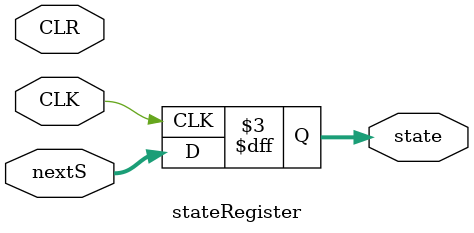
<source format=v>
module nextSdecoder(state, nextS, ir, moc, cond);
parameter DATAPSHIFTER = 3'b000; 
parameter DATAPIMMEDIATE = 3'b001; 
parameter BRANCH = 3'b101;
parameter LANDSIMMEDIATE= 3'b010; 
parameter LANDSREG= 3'b011;
input [6:0] state; 
input [31:0] ir;
input moc;
input cond; 
output reg [6:0] nextS; 
always@(state, ir)
	begin
		case(state)
		 6'd0,6'd6,6'd7, 6'd9, 6'd38,6'd39,6'd48, 6'd49 : 
			nextS = 1; 
		 6'd1:
			nextS = 2;
		 6'd2: 
			nextS = 3;
		 6'd3: 
			begin
				if(moc == 1)
					nextS = 6'd4;
				else
					nextS = 6'd3;
			end
	     6'd4:
			begin
				if(cond == 0)
					begin
						nextS = 6'd1; 
					end
				else
					decodeIR();
			end
		 6'd5:
			nextS = 6'd6; 
		 6'd8: 
			nextS = 6'd8;
		 6'd10: 
			nextS = 6'd8; 
		 6'd33: 
			begin
			if(ir[20] == 0)
				nextS = 6'd41; 
			else 
				begin
					if(ir[20]==1 && ir[22] ==0)
						nextS = 6'd34;
					else if(ir[20]==1 && ir[22] ==1)
						nextS = 6'd44; 
				end
			end
		  6'd34:
			nextS = 6'd35;
		  6'd35:
			begin
			    if(ir[20]==1 && ir[22]==0)
					nextS = 6'd36; 
				else if(ir[20]==1 && ir[22]==1)
					nextS = 6'd50; 
			end
		  6'd36:
			begin
				if(ir[24] == 1 && ir[21]==0)
				nextS = 6'd1;
			 else if(ir[24] == 0 || (ir[24] == 1 && ir[21]==1))
				begin 
					if(ir[27:25] ==LANDSIMMEDIATE)
					begin
						if(ir[23] == 1)
							nextS = 6'd38;
						else if(ir[23] == 0)
							nextS = 6'd48;
					end
					if(ir[27:25] ==LANDSREG)
					begin
						if(ir[23] == 1)
							nextS = 6'd39;
						else if(ir[23] == 0)
							nextS = 6'd49;
					end
				end
			end
		   6'd37:
		   begin
		    	if(ir[20] == 0)
				nextS = 6'd41; 
			else
				begin
					if(ir[20]==1 && ir[22] ==0)
						nextS = 6'd34;
					else if(ir[20]==1 && ir[22] ==0)
						nextS = 6'd44; 
				end
		   end
		   6'd40:
		   begin
				if(ir[20] == 0)
				nextS = 6'd41; 
			else
				begin
					if(ir[20]==1 && ir[22] ==0)
						nextS = 6'd34;
					else if(ir[20]==1 && ir[22] ==0)
						nextS = 6'd44; 
				end
		   end
		   6'd41: 
		   begin 
			if(ir[22] == 0)
				nextS = 6'd42; 
			else if(ir[22] == 1)
				nextS = 6'd45;
		   end
		   6'd42:
		   begin
			 if(ir[24] == 1 && ir[21]==0)
				nextS = 6'd1;
			else if(ir[24] == 0 || (ir[24] == 1 && ir[21]==1))
				begin 
					if(ir[27:25] ==LANDSIMMEDIATE)
					begin
						if(ir[23] == 1)
							nextS = 6'd38;
						else if(ir[23] == 0)
							nextS = 6'd48;
					end
					if(ir[27:25] ==LANDSREG)
					begin
						if(ir[23] == 1)
							nextS = 6'd39;
						else if(ir[23] == 0)
							nextS = 6'd49;
					end
				end
		   end
		   6'd44:
				nextS = 6'd35;
		   6'd45: 
		   begin
				if(ir[24] == 1 && ir[21]==0)
					nextS = 6'd1;
				else if(ir[24] == 0 || (ir[24] == 1 && ir[21]==1))
					begin 
						if(ir[27:25] ==LANDSIMMEDIATE)
						begin
							if(ir[23] == 1)
								nextS = 6'd38;
							else if(ir[23] == 0)
								nextS = 6'd48;
						end
						if(ir[27:25] ==LANDSREG)
						begin
							if(ir[23] == 1)
								nextS = 6'd39;
							else if(ir[23] == 0)
								nextS = 6'd49;
						end
					end	
			   end
		    6'd46:
			begin
				if(ir[20] == 0)
				 nextS = 6'd41;
			    else if(ir[20]==1 && ir[22] ==0)
				 nextS = 6'd34;
			    else if(ir[20]==1 && ir[22] ==1)
				 nextS = 6'd44; 
			end
			6'd47: 
			begin
				if(ir[20] == 0)
				nextS = 6'd41;
			  else if(ir[20]==1 && ir[22] ==0)
				nextS = 6'd34;
			  else if(ir[20]==1 && ir[22] ==1)
				nextS = 6'd44; 
			end
			6'd50:
			begin
			if(ir[24] == 1 && ir[21]==0)
					nextS = 6'd1;
				else if(ir[24] == 0 || (ir[24] == 1 && ir[21]==1))
					begin 
						if(ir[27:25] ==LANDSIMMEDIATE)
						begin
							if(ir[23] == 1)
								nextS = 6'd38;
							else if(ir[23] == 0)
								nextS = 6'd48;
						end
						if(ir[27:25] ==LANDSREG)
						begin
							if(ir[23] == 1)
								nextS = 6'd39;
							else if(ir[23] == 0)
								nextS = 6'd49;
						end
					end	
			end	
		endcase
	end
	task decodeIR(); 
		case(ir[27:25])
			DATAPIMMEDIATE: 
				nextS = 6'd5;
			DATAPSHIFTER:
				nextS = 6'd7; 
			BRANCH:
			begin 
				if(ir[24] ==0)
				 nextS = 6'd8;
				else if(ir[24] == 1)
				 nextS = 6'd10; 
			end
			LANDSIMMEDIATE: 
			begin 
				if(ir[23] == 1)
					nextS = 6'd33;
				else if(ir[24] == 0)
					nextS = 6'd40; 
				else if(ir[23] == 0)
					nextS = 6'd46;
			end
			LANDSREG:
			begin
				if(ir[23] == 1)
					nextS = 6'd47;
				else if(ir[24] == 0)
					nextS = 6'd40; 
				else if(ir[23] ==0) 
					nextS = 6'd37;
			end
		endcase
	endtask
endmodule
module stateRegister(CLK, CLR,nextS, state);
input CLK; 
input CLR; 
input [6:0] nextS;
output reg [6:0] state; 
initial begin
	state = 6'd0; 
end
always@(posedge CLK)
	begin
		$display("here in stateRegister state = %d nextS = %d", state, nextS);
		state = nextS;	
	end
endmodule


</source>
